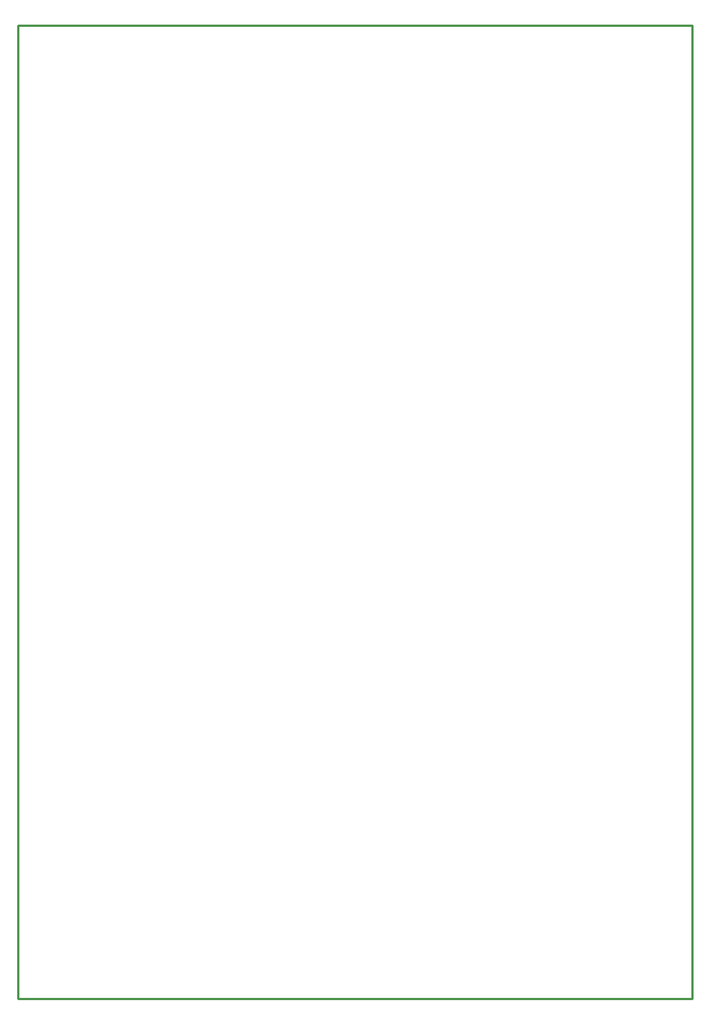
<source format=gko>
%FSLAX43Y43*%
%MOMM*%
G71*
G01*
G75*
%ADD10C,0.300*%
%ADD11R,3.000X4.000*%
%ADD12R,1.800X1.600*%
%ADD13R,1.600X1.800*%
%ADD14O,2.000X1.000*%
%ADD15R,2.000X1.000*%
%ADD16R,4.000X4.000*%
%ADD17R,1.300X1.500*%
%ADD18R,8.000X3.500*%
%ADD19R,1.100X2.150*%
%ADD20R,3.500X2.150*%
%ADD21R,0.600X2.200*%
%ADD22R,0.600X2.200*%
%ADD23R,2.200X0.600*%
%ADD24R,2.200X0.600*%
%ADD25R,4.000X3.000*%
%ADD26R,2.150X0.600*%
%ADD27R,2.150X0.600*%
%ADD28C,1.000*%
%ADD29C,0.600*%
%ADD30C,1.500*%
%ADD31C,0.500*%
%ADD32C,2.000*%
%ADD33C,0.880*%
%ADD34C,0.400*%
%ADD35C,1.500*%
%ADD36R,1.500X1.500*%
%ADD37C,2.000*%
%ADD38C,2.000*%
%ADD39R,2.000X2.000*%
%ADD40C,2.400*%
%ADD41C,5.000*%
%ADD42C,3.000*%
%ADD43C,2.500*%
%ADD44R,2.500X2.500*%
%ADD45C,4.000*%
%ADD46R,3.000X3.000*%
%ADD47C,1.200*%
%ADD48C,1.300*%
%ADD49R,3.203X4.203*%
%ADD50R,2.003X1.803*%
%ADD51R,1.803X2.003*%
%ADD52O,2.203X1.203*%
%ADD53R,2.203X1.203*%
%ADD54R,4.203X4.203*%
%ADD55R,1.503X1.703*%
%ADD56R,8.203X3.703*%
%ADD57R,1.303X2.353*%
%ADD58R,3.703X2.353*%
%ADD59R,0.803X2.403*%
%ADD60R,0.803X2.403*%
%ADD61R,2.403X0.803*%
%ADD62R,2.403X0.803*%
%ADD63R,4.203X3.203*%
%ADD64R,2.353X0.803*%
%ADD65R,2.353X0.803*%
%ADD66C,1.703*%
%ADD67R,1.703X1.703*%
%ADD68C,2.203*%
%ADD69C,2.203*%
%ADD70R,2.203X2.203*%
%ADD71C,2.603*%
%ADD72C,5.203*%
%ADD73C,3.203*%
%ADD74C,2.703*%
%ADD75R,2.703X2.703*%
%ADD76C,4.203*%
%ADD77R,3.203X3.203*%
%ADD78C,1.403*%
%ADD79C,1.503*%
%ADD80C,0.250*%
D80*
X0Y0D02*
Y110450D01*
Y110500D02*
X76400D01*
X0Y0D02*
X76500D01*
Y110500D01*
M02*

</source>
